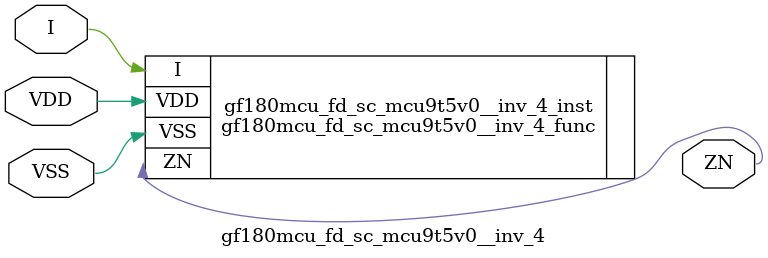
<source format=v>

module gf180mcu_fd_sc_mcu9t5v0__inv_4( I, ZN, VDD, VSS );
input I;
inout VDD, VSS;
output ZN;

   `ifdef FUNCTIONAL  //  functional //

	gf180mcu_fd_sc_mcu9t5v0__inv_4_func gf180mcu_fd_sc_mcu9t5v0__inv_4_behav_inst(.I(I),.ZN(ZN),.VDD(VDD),.VSS(VSS));

   `else

	gf180mcu_fd_sc_mcu9t5v0__inv_4_func gf180mcu_fd_sc_mcu9t5v0__inv_4_inst(.I(I),.ZN(ZN),.VDD(VDD),.VSS(VSS));

	// spec_gates_begin


	// spec_gates_end



   specify

	// specify_block_begin

	// comb arc I --> ZN
	 (I => ZN) = (1.0,1.0);

	// specify_block_end

   endspecify

   `endif

endmodule

</source>
